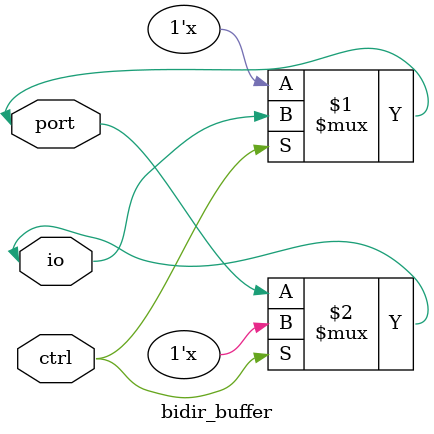
<source format=v>
/****************************************************************************
Description: Bidirectional Buffer
*****************************************************************************/

module bidir_buffer(
	input 	ctrl,
	inout	io, port
);

	bufif1(port, io, ctrl);
	bufif0(io, port, ctrl);
	
endmodule
</source>
